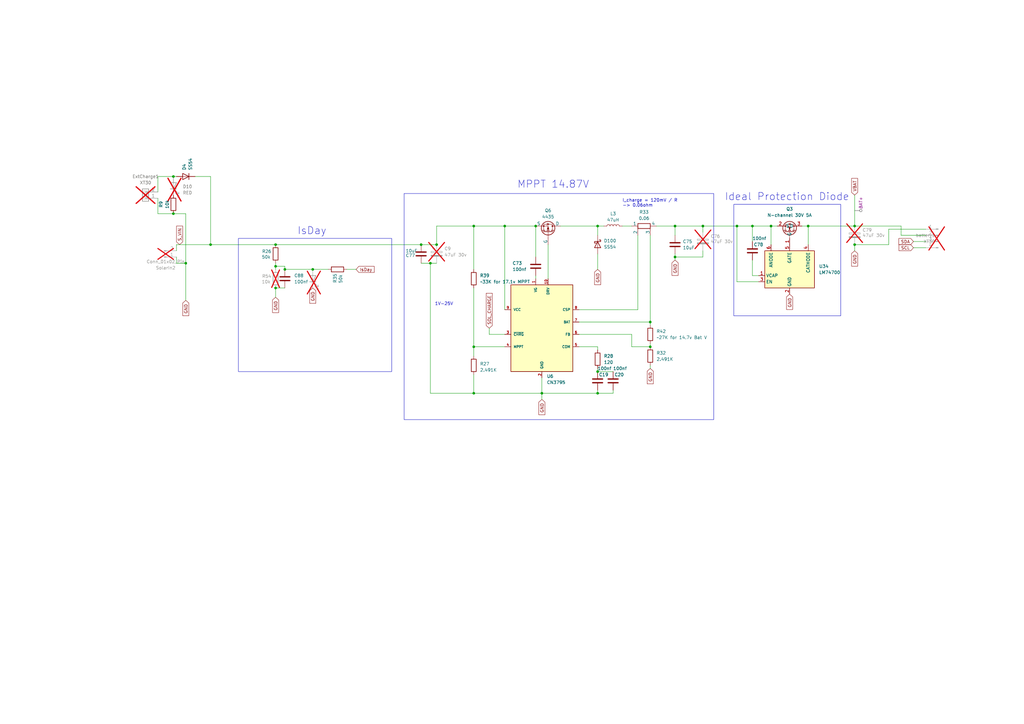
<source format=kicad_sch>
(kicad_sch (version 20250114) (generator "eeschema") (generator_version "9.0")
  (paper "A3")
  (lib_symbols
    (symbol "CN3795:CN3795" (pin_names (offset 1.016))
      (property "Reference" "U" (at 5.08 18.542 0))
      (property "Value" "CN3795" (at 5.08 -20.32 0))
      (symbol "CN3795_0_0"
        (rectangle (start -12.7 -17.78) (end 12.7 17.78) (stroke (width 0.254)) (fill (type background)))
        (pin bidirectional line (at -15.24 7.62 0) (length 2.54) (name "VCC") (number "9"))
        (pin bidirectional line (at -15.24 -2.54 0) (length 2.54) (name "~{CHRG}") (number "3"))
        (pin bidirectional line (at -15.24 -7.62 0) (length 2.54) (name "MPPT") (number "4"))
        (pin bidirectional line (at -2.54 20.32 270) (length 2.54) (name "VG") (number "1"))
        (pin bidirectional line (at 0 -20.32 90) (length 2.54) (name "GND") (number "2"))
        (pin bidirectional line (at 2.54 20.32 270) (length 2.54) (name "DRV") (number "10"))
        (pin bidirectional line (at 15.24 7.62 180) (length 2.54) (name "CSP") (number "8"))
        (pin bidirectional line (at 15.24 2.54 180) (length 2.54) (name "BAT") (number "7"))
        (pin bidirectional line (at 15.24 -2.54 180) (length 2.54) (name "FB") (number "6"))
        (pin bidirectional line (at 15.24 -7.62 180) (length 2.54) (name "COM") (number "5"))
      )
    )
    (symbol "Connector:Conn_01x02_Pin" (pin_names (offset 1.016) (hide yes))
      (property "Reference" "J" (at 0 2.54 0))
      (property "Value" "Conn_01x02_Pin" (at 0 -5.08 0))
      (symbol "Conn_01x02_Pin_1_1"
        (rectangle (start 0.8636 0.127) (end 0 -0.127) (stroke (width 0.1524)) (fill (type outline)))
        (rectangle (start 0.8636 -2.413) (end 0 -2.667) (stroke (width 0.1524)) (fill (type outline)))
        (polyline (pts (xy 1.27 0) (xy 0.8636 0)) (stroke (width 0.1524)))
        (polyline (pts (xy 1.27 -2.54) (xy 0.8636 -2.54)) (stroke (width 0.1524)))
        (pin passive line (at 5.08 0 180) (length 3.81) (name "Pin_1") (number "1"))
        (pin passive line (at 5.08 -2.54 180) (length 3.81) (name "Pin_2") (number "2"))
      )
    )
    (symbol "Connector:Conn_01x04_Pin" (pin_names (offset 1.016) (hide yes))
      (property "Reference" "J" (at 0 5.08 0))
      (property "Value" "Conn_01x04_Pin" (at 0 -7.62 0))
      (symbol "Conn_01x04_Pin_1_1"
        (rectangle (start 0.8636 2.667) (end 0 2.413) (stroke (width 0.1524)) (fill (type outline)))
        (rectangle (start 0.8636 0.127) (end 0 -0.127) (stroke (width 0.1524)) (fill (type outline)))
        (rectangle (start 0.8636 -2.413) (end 0 -2.667) (stroke (width 0.1524)) (fill (type outline)))
        (rectangle (start 0.8636 -4.953) (end 0 -5.207) (stroke (width 0.1524)) (fill (type outline)))
        (polyline (pts (xy 1.27 2.54) (xy 0.8636 2.54)) (stroke (width 0.1524)))
        (polyline (pts (xy 1.27 0) (xy 0.8636 0)) (stroke (width 0.1524)))
        (polyline (pts (xy 1.27 -2.54) (xy 0.8636 -2.54)) (stroke (width 0.1524)))
        (polyline (pts (xy 1.27 -5.08) (xy 0.8636 -5.08)) (stroke (width 0.1524)))
        (pin passive line (at 5.08 2.54 180) (length 3.81) (name "Pin_1") (number "1"))
        (pin passive line (at 5.08 0 180) (length 3.81) (name "Pin_2") (number "2"))
        (pin passive line (at 5.08 -2.54 180) (length 3.81) (name "Pin_3") (number "3"))
        (pin passive line (at 5.08 -5.08 180) (length 3.81) (name "Pin_4") (number "4"))
      )
    )
    (symbol "Connector_Generic:Conn_01x02" (pin_names (offset 1.016) (hide yes))
      (property "Reference" "J" (at 0 2.54 0))
      (property "Value" "Conn_01x02" (at 0 -5.08 0))
      (symbol "Conn_01x02_1_1"
        (rectangle (start -1.27 1.27) (end 1.27 -3.81) (stroke (width 0.254)) (fill (type background)))
        (rectangle (start -1.27 0.127) (end 0 -0.127) (stroke (width 0.1524)))
        (rectangle (start -1.27 -2.413) (end 0 -2.667) (stroke (width 0.1524)))
        (pin passive line (at -5.08 0 0) (length 3.81) (name "Pin_1") (number "1"))
        (pin passive line (at -5.08 -2.54 0) (length 3.81) (name "Pin_2") (number "2"))
      )
    )
    (symbol "D_1" (pin_numbers (hide yes)) (pin_names (offset 1.016) (hide yes))
      (property "Reference" "D" (at 0 2.54 0))
      (property "Value" "D" (at 0 -2.54 0))
      (symbol "D_1_0_1"
        (polyline (pts (xy -1.27 1.27) (xy -1.27 -1.27)) (stroke (width 0.254)))
        (polyline (pts (xy 1.27 1.27) (xy 1.27 -1.27) (xy -1.27 0) (xy 1.27 1.27)) (stroke (width 0.254)))
        (polyline (pts (xy 1.27 0) (xy -1.27 0)))
      )
      (symbol "D_1_1_1"
        (pin passive line (at -3.81 0 0) (length 2.54) (name "K") (number "1"))
        (pin passive line (at 3.81 0 180) (length 2.54) (name "A") (number "2"))
      )
    )
    (symbol "Device:C" (pin_numbers (hide yes)) (pin_names (offset 0.254))
      (property "Reference" "C" (at 0.635 2.54 0))
      (property "Value" "C" (at 0.635 -2.54 0))
      (symbol "C_0_1"
        (polyline (pts (xy -2.032 0.762) (xy 2.032 0.762)) (stroke (width 0.508)))
        (polyline (pts (xy -2.032 -0.762) (xy 2.032 -0.762)) (stroke (width 0.508)))
      )
      (symbol "C_1_1"
        (pin passive line (at 0 3.81 270) (length 2.794) (name "~") (number "1"))
        (pin passive line (at 0 -3.81 90) (length 2.794) (name "~") (number "2"))
      )
    )
    (symbol "Device:C_Polarized" (pin_numbers (hide yes)) (pin_names (offset 0.254))
      (property "Reference" "C" (at 0.635 2.54 0))
      (property "Value" "C_Polarized" (at 0.635 -2.54 0))
      (symbol "C_Polarized_0_1"
        (rectangle (start -2.286 0.508) (end 2.286 1.016))
        (polyline (pts (xy -1.778 2.286) (xy -0.762 2.286)))
        (polyline (pts (xy -1.27 2.794) (xy -1.27 1.778)))
        (rectangle (start 2.286 -0.508) (end -2.286 -1.016) (fill (type outline)))
      )
      (symbol "C_Polarized_1_1"
        (pin passive line (at 0 3.81 270) (length 2.794) (name "~") (number "1"))
        (pin passive line (at 0 -3.81 90) (length 2.794) (name "~") (number "2"))
      )
    )
    (symbol "Device:D_Schottky" (pin_numbers (hide yes)) (pin_names (offset 1.016) (hide yes))
      (property "Reference" "D" (at 0 2.54 0))
      (property "Value" "D_Schottky" (at 0 -2.54 0))
      (symbol "D_Schottky_0_1"
        (polyline (pts (xy -1.905 0.635) (xy -1.905 1.27) (xy -1.27 1.27) (xy -1.27 -1.27) (xy -0.635 -1.27) (xy -0.635 -0.635)) (stroke (width 0.254)))
        (polyline (pts (xy 1.27 1.27) (xy 1.27 -1.27) (xy -1.27 0) (xy 1.27 1.27)) (stroke (width 0.254)))
        (polyline (pts (xy 1.27 0) (xy -1.27 0)))
      )
      (symbol "D_Schottky_1_1"
        (pin passive line (at -3.81 0 0) (length 2.54) (name "K") (number "1"))
        (pin passive line (at 3.81 0 180) (length 2.54) (name "A") (number "2"))
      )
    )
    (symbol "Device:L" (pin_numbers (hide yes)) (pin_names (offset 1.016) (hide yes))
      (property "Reference" "L" (at -1.27 0 90))
      (property "Value" "L" (at 1.905 0 90))
      (symbol "L_0_1"
        (arc (start 0 2.54) (mid 0.6323 1.905) (end 0 1.27))
        (arc (start 0 1.27) (mid 0.6323 0.635) (end 0 0))
        (arc (start 0 0) (mid 0.6323 -0.635) (end 0 -1.27))
        (arc (start 0 -1.27) (mid 0.6323 -1.905) (end 0 -2.54))
      )
      (symbol "L_1_1"
        (pin passive line (at 0 3.81 270) (length 1.27) (name "1") (number "1"))
        (pin passive line (at 0 -3.81 90) (length 1.27) (name "2") (number "2"))
      )
    )
    (symbol "Device:LED" (pin_numbers (hide yes)) (pin_names (offset 1.016) (hide yes))
      (property "Reference" "D" (at 0 2.54 0))
      (property "Value" "LED" (at 0 -2.54 0))
      (symbol "LED_0_1"
        (polyline (pts (xy -3.048 -0.762) (xy -4.572 -2.286) (xy -3.81 -2.286) (xy -4.572 -2.286) (xy -4.572 -1.524)))
        (polyline (pts (xy -1.778 -0.762) (xy -3.302 -2.286) (xy -2.54 -2.286) (xy -3.302 -2.286) (xy -3.302 -1.524)))
        (polyline (pts (xy -1.27 0) (xy 1.27 0)))
        (polyline (pts (xy -1.27 -1.27) (xy -1.27 1.27)) (stroke (width 0.254)))
        (polyline (pts (xy 1.27 -1.27) (xy 1.27 1.27) (xy -1.27 0) (xy 1.27 -1.27)) (stroke (width 0.254)))
      )
      (symbol "LED_1_1"
        (pin passive line (at -3.81 0 0) (length 2.54) (name "K") (number "1"))
        (pin passive line (at 3.81 0 180) (length 2.54) (name "A") (number "2"))
      )
    )
    (symbol "Device:R" (pin_numbers (hide yes)) (pin_names (offset 0))
      (property "Reference" "R" (at 2.032 0 90))
      (property "Value" "R" (at 0 0 90))
      (symbol "R_0_1"
        (rectangle (start -1.016 -2.54) (end 1.016 2.54) (stroke (width 0.254)))
      )
      (symbol "R_1_1"
        (pin passive line (at 0 3.81 270) (length 1.27) (name "~") (number "1"))
        (pin passive line (at 0 -3.81 90) (length 1.27) (name "~") (number "2"))
      )
    )
    (symbol "Device:R_Shunt" (pin_numbers (hide yes)) (pin_names (offset 0))
      (property "Reference" "R" (at -4.445 0 90))
      (property "Value" "R_Shunt" (at -2.54 0 90))
      (symbol "R_Shunt_0_1"
        (rectangle (start -1.016 -2.54) (end 1.016 2.54) (stroke (width 0.254)))
        (polyline (pts (xy 0 -2.54) (xy 1.27 -2.54)))
        (polyline (pts (xy 1.27 2.54) (xy 0 2.54)))
      )
      (symbol "R_Shunt_1_1"
        (pin passive line (at 0 5.08 270) (length 2.54) (name "1") (number "1"))
        (pin passive line (at 0 -5.08 90) (length 2.54) (name "4") (number "4"))
        (pin passive line (at 3.81 2.54 180) (length 2.54) (name "2") (number "2"))
        (pin passive line (at 3.81 -2.54 180) (length 2.54) (name "3") (number "3"))
      )
    )
    (symbol "ESP32-DEVKITC-32D:SL2300" (pin_names (offset 1.016))
      (property "Reference" "Q" (at 0 0 0))
      (property "Value" "SL2300" (at 7.62 0 0))
      (symbol "SL2300_1_1"
        (polyline (pts (xy -1.016 1.905) (xy -1.016 -1.905)) (stroke (width 0.254)))
        (polyline (pts (xy -1.016 0) (xy -3.81 0)))
        (polyline (pts (xy -0.508 2.286) (xy -0.508 1.27)) (stroke (width 0.254)))
        (polyline (pts (xy -0.508 0.508) (xy -0.508 -0.508)) (stroke (width 0.254)))
        (polyline (pts (xy -0.508 -1.27) (xy -0.508 -2.286)) (stroke (width 0.254)))
        (polyline (pts (xy -0.508 -1.778) (xy 2.032 -1.778) (xy 2.032 1.778) (xy -0.508 1.778)))
        (polyline (pts (xy -0.254 0) (xy 0.762 0.381) (xy 0.762 -0.381) (xy -0.254 0)) (fill (type outline)))
        (circle (center 0.381 0) (radius 2.794) (stroke (width 0.254)))
        (polyline (pts (xy 1.27 2.54) (xy 1.27 1.778)))
        (circle (center 1.27 1.778) (radius 0.254) (fill (type outline)))
        (circle (center 1.27 -1.778) (radius 0.254) (fill (type outline)))
        (polyline (pts (xy 1.27 -2.54) (xy 1.27 0) (xy -0.508 0)))
        (polyline (pts (xy 1.524 0.508) (xy 1.651 0.381) (xy 2.413 0.381) (xy 2.54 0.254)))
        (polyline (pts (xy 2.032 0.381) (xy 1.651 -0.254) (xy 2.413 -0.254) (xy 2.032 0.381)))
        (pin input line (at -6.35 0 0) (length 2.54) (name "G") (number "1"))
        (pin passive line (at 1.27 5.08 270) (length 2.54) (name "D") (number "3"))
        (pin passive line (at 1.27 -5.08 90) (length 2.54) (name "S") (number "2"))
      )
    )
    (symbol "Power_Management:LM74700"
      (property "Reference" "U" (at -9.525 -8.89 0))
      (property "Value" "LM74700" (at 7.62 -8.89 0))
      (symbol "LM74700_0_1"
        (rectangle (start -10.16 7.62) (end 10.16 -7.62) (stroke (width 0.254)) (fill (type background)))
      )
      (symbol "LM74700_1_1"
        (pin passive line (at -12.7 -2.54 0) (length 2.54) (name "VCAP") (number "1"))
        (pin input line (at -12.7 -5.08 0) (length 2.54) (name "EN") (number "3"))
        (pin power_in line (at -7.62 10.16 270) (length 2.54) (name "ANODE") (number "6"))
        (pin output line (at 0 10.16 270) (length 2.54) (name "GATE") (number "5"))
        (pin power_in line (at 0 -10.16 90) (length 2.54) (name "GND") (number "2"))
        (pin input line (at 7.62 10.16 270) (length 2.54) (name "CATHODE") (number "4"))
      )
    )
    (symbol "Simulation_SPICE:PMOS" (pin_numbers (hide yes)) (pin_names (offset 0))
      (property "Reference" "Q" (at 5.08 1.27 0))
      (property "Value" "PMOS" (at 5.08 -1.27 0))
      (symbol "PMOS_0_1"
        (polyline (pts (xy 0.254 1.905) (xy 0.254 -1.905)) (stroke (width 0.254)))
        (polyline (pts (xy 0.254 0) (xy -2.54 0)))
        (polyline (pts (xy 0.762 2.286) (xy 0.762 1.27)) (stroke (width 0.254)))
        (polyline (pts (xy 0.762 1.778) (xy 3.302 1.778) (xy 3.302 -1.778) (xy 0.762 -1.778)))
        (polyline (pts (xy 0.762 0.508) (xy 0.762 -0.508)) (stroke (width 0.254)))
        (polyline (pts (xy 0.762 -1.27) (xy 0.762 -2.286)) (stroke (width 0.254)))
        (circle (center 1.651 0) (radius 2.794) (stroke (width 0.254)))
        (polyline (pts (xy 2.286 0) (xy 1.27 0.381) (xy 1.27 -0.381) (xy 2.286 0)) (fill (type outline)))
        (polyline (pts (xy 2.54 2.54) (xy 2.54 1.778)))
        (circle (center 2.54 1.778) (radius 0.254) (fill (type outline)))
        (circle (center 2.54 -1.778) (radius 0.254) (fill (type outline)))
        (polyline (pts (xy 2.54 -2.54) (xy 2.54 0) (xy 0.762 0)))
        (polyline (pts (xy 2.794 -0.508) (xy 2.921 -0.381) (xy 3.683 -0.381) (xy 3.81 -0.254)))
        (polyline (pts (xy 3.302 -0.381) (xy 2.921 0.254) (xy 3.683 0.254) (xy 3.302 -0.381)))
      )
      (symbol "PMOS_1_1"
        (pin input line (at -5.08 0 0) (length 2.54) (name "G") (number "2"))
        (pin passive line (at 2.54 5.08 270) (length 2.54) (name "D") (number "1"))
        (pin passive line (at 2.54 -5.08 90) (length 2.54) (name "S") (number "3"))
      )
    )
  )
  (rectangle (start 300.99 83.82) (end 344.805 129.54))
  (rectangle (start 165.735 79.375) (end 292.735 172.085))
  (rectangle (start 97.79 97.79) (end 160.655 152.4))
  (text "IsDay" (at 121.92 96.52 0) (effects (font (size 3 3)) (justify left bottom)))
  (text "Ideal Protection Diode" (at 297.18 82.55 0) (effects (font (size 3 3)) (justify left bottom)))
  (text "1V-25V" (at 182.118 124.714 0) (effects (font (size 1.27 1.27))))
  (text "MPPT 14.87V" (at 212.09 77.47 0) (effects (font (size 3 3)) (justify left bottom)))
  (text "I_charge = 120mV / R\n-> 0.06ohm" (at 255.27 85.09 0) (effects (font (size 1.27 1.27)) (justify left bottom)))
  (junction (at 172.72 100.33))
  (junction (at 207.01 92.71))
  (junction (at 76.2 107.95))
  (junction (at 245.11 92.71))
  (junction (at 316.23 92.71))
  (junction (at 113.03 118.11))
  (junction (at 276.86 105.41))
  (junction (at 194.31 92.71))
  (junction (at 176.53 107.95))
  (junction (at 194.31 161.29))
  (junction (at 276.86 92.71))
  (junction (at 308.61 92.71))
  (junction (at 113.03 100.33))
  (junction (at 71.12 72.39))
  (junction (at 288.29 92.71))
  (junction (at 71.12 87.63))
  (junction (at 302.26 92.71))
  (junction (at 350.52 100.33))
  (junction (at 179.07 100.33))
  (junction (at 350.52 92.71))
  (junction (at 128.27 110.49))
  (junction (at 245.11 152.4))
  (junction (at 222.25 161.29))
  (junction (at 219.71 92.71))
  (junction (at 331.47 92.71))
  (junction (at 266.7 132.08))
  (junction (at 266.7 142.24))
  (junction (at 113.03 109.22))
  (junction (at 245.11 161.29))
  (junction (at 194.31 142.24))
  (junction (at 116.84 110.49))
  (junction (at 86.36 100.33))
  (wire (pts (xy 311.15 115.57) (xy 302.26 115.57)))
  (wire (pts (xy 194.31 92.71) (xy 207.01 92.71)))
  (wire (pts (xy 64.77 78.74) (xy 64.77 72.39)))
  (wire (pts (xy 261.62 127) (xy 237.49 127)))
  (wire (pts (xy 207.01 127) (xy 207.01 92.71)))
  (wire (pts (xy 71.12 72.39) (xy 72.39 72.39)))
  (wire (pts (xy 245.11 104.14) (xy 245.11 110.49)))
  (wire (pts (xy 64.77 81.28) (xy 64.77 87.63)))
  (wire (pts (xy 245.11 151.13) (xy 245.11 152.4)))
  (wire (pts (xy 266.7 132.08) (xy 266.7 133.35)))
  (wire (pts (xy 176.53 107.95) (xy 176.53 161.29)))
  (wire (pts (xy 113.03 109.22) (xy 113.03 110.49)))
  (wire (pts (xy 276.86 105.41) (xy 288.29 105.41)))
  (wire (pts (xy 364.49 93.98) (xy 379.73 93.98)))
  (wire (pts (xy 311.15 113.03) (xy 308.61 113.03)))
  (wire (pts (xy 86.36 100.33) (xy 113.03 100.33)))
  (wire (pts (xy 113.03 100.33) (xy 172.72 100.33)))
  (wire (pts (xy 176.53 161.29) (xy 194.31 161.29)))
  (wire (pts (xy 76.2 87.63) (xy 76.2 107.95)))
  (wire (pts (xy 245.11 92.71) (xy 247.65 92.71)))
  (wire (pts (xy 266.7 132.08) (xy 266.7 96.52)))
  (wire (pts (xy 328.93 92.71) (xy 331.47 92.71)))
  (wire (pts (xy 237.49 137.16) (xy 259.08 137.16)))
  (wire (pts (xy 72.39 107.95) (xy 76.2 107.95)))
  (wire (pts (xy 194.31 161.29) (xy 222.25 161.29)))
  (wire (pts (xy 200.66 134.62) (xy 200.66 137.16)))
  (wire (pts (xy 116.84 110.49) (xy 128.27 110.49)))
  (wire (pts (xy 224.79 100.33) (xy 224.79 114.3)))
  (wire (pts (xy 316.23 92.71) (xy 318.77 92.71)))
  (wire (pts (xy 259.08 137.16) (xy 259.08 142.24)))
  (wire (pts (xy 194.31 153.67) (xy 194.31 161.29)))
  (wire (pts (xy 276.86 92.71) (xy 269.24 92.71)))
  (wire (pts (xy 276.86 96.52) (xy 276.86 92.71)))
  (wire (pts (xy 288.29 92.71) (xy 288.29 95.25)))
  (wire (pts (xy 72.39 105.41) (xy 72.39 107.95)))
  (wire (pts (xy 71.12 87.63) (xy 76.2 87.63)))
  (wire (pts (xy 245.11 152.4) (xy 251.46 152.4)))
  (wire (pts (xy 245.11 142.24) (xy 245.11 143.51)))
  (wire (pts (xy 276.86 92.71) (xy 288.29 92.71)))
  (wire (pts (xy 237.49 142.24) (xy 245.11 142.24)))
  (wire (pts (xy 172.72 100.33) (xy 179.07 100.33)))
  (wire (pts (xy 194.31 142.24) (xy 194.31 146.05)))
  (wire (pts (xy 194.31 142.24) (xy 207.01 142.24)))
  (wire (pts (xy 176.53 107.95) (xy 179.07 107.95)))
  (wire (pts (xy 113.03 107.95) (xy 113.03 109.22)))
  (wire (pts (xy 261.62 96.52) (xy 261.62 127)))
  (wire (pts (xy 374.65 101.6) (xy 379.73 101.6)))
  (wire (pts (xy 116.84 109.22) (xy 116.84 110.49)))
  (wire (pts (xy 350.52 80.01) (xy 350.52 92.71)))
  (wire (pts (xy 113.03 118.11) (xy 113.03 121.92)))
  (wire (pts (xy 245.11 92.71) (xy 245.11 96.52)))
  (wire (pts (xy 86.36 72.39) (xy 86.36 100.33)))
  (wire (pts (xy 288.29 102.87) (xy 288.29 105.41)))
  (wire (pts (xy 374.65 99.06) (xy 379.73 99.06)))
  (wire (pts (xy 308.61 106.68) (xy 308.61 113.03)))
  (wire (pts (xy 308.61 92.71) (xy 308.61 99.06)))
  (wire (pts (xy 64.77 72.39) (xy 71.12 72.39)))
  (wire (pts (xy 350.52 102.87) (xy 350.52 100.33)))
  (wire (pts (xy 200.66 137.16) (xy 207.01 137.16)))
  (wire (pts (xy 207.01 92.71) (xy 219.71 92.71)))
  (wire (pts (xy 266.7 142.24) (xy 259.08 142.24)))
  (wire (pts (xy 222.25 161.29) (xy 222.25 163.83)))
  (wire (pts (xy 76.2 107.95) (xy 76.2 123.19)))
  (wire (pts (xy 194.31 92.71) (xy 194.31 110.49)))
  (wire (pts (xy 350.52 100.33) (xy 364.49 100.33)))
  (wire (pts (xy 113.03 109.22) (xy 116.84 109.22)))
  (wire (pts (xy 179.07 92.71) (xy 179.07 100.33)))
  (wire (pts (xy 72.39 102.87) (xy 72.39 100.33)))
  (wire (pts (xy 331.47 92.71) (xy 331.47 100.33)))
  (wire (pts (xy 80.01 72.39) (xy 86.36 72.39)))
  (wire (pts (xy 266.7 140.97) (xy 266.7 142.24)))
  (wire (pts (xy 266.7 149.86) (xy 266.7 151.13)))
  (wire (pts (xy 64.77 87.63) (xy 71.12 87.63)))
  (wire (pts (xy 142.24 110.49) (xy 146.05 110.49)))
  (wire (pts (xy 72.39 100.33) (xy 86.36 100.33)))
  (wire (pts (xy 245.11 161.29) (xy 222.25 161.29)))
  (wire (pts (xy 316.23 92.71) (xy 316.23 100.33)))
  (wire (pts (xy 245.11 161.29) (xy 251.46 161.29)))
  (wire (pts (xy 219.71 92.71) (xy 219.71 105.41)))
  (wire (pts (xy 302.26 115.57) (xy 302.26 92.71)))
  (wire (pts (xy 369.57 96.52) (xy 379.73 96.52)))
  (wire (pts (xy 288.29 92.71) (xy 302.26 92.71)))
  (wire (pts (xy 251.46 161.29) (xy 251.46 160.02)))
  (wire (pts (xy 302.26 92.71) (xy 308.61 92.71)))
  (wire (pts (xy 245.11 161.29) (xy 245.11 160.02)))
  (wire (pts (xy 222.25 154.94) (xy 222.25 161.29)))
  (wire (pts (xy 237.49 132.08) (xy 266.7 132.08)))
  (wire (pts (xy 276.86 105.41) (xy 276.86 106.68)))
  (wire (pts (xy 179.07 92.71) (xy 194.31 92.71)))
  (wire (pts (xy 276.86 104.14) (xy 276.86 105.41)))
  (wire (pts (xy 308.61 92.71) (xy 316.23 92.71)))
  (wire (pts (xy 229.87 92.71) (xy 245.11 92.71)))
  (wire (pts (xy 255.27 92.71) (xy 259.08 92.71)))
  (wire (pts (xy 172.72 107.95) (xy 176.53 107.95)))
  (wire (pts (xy 331.47 92.71) (xy 350.52 92.71)))
  (wire (pts (xy 113.03 118.11) (xy 116.84 118.11)))
  (wire (pts (xy 219.71 113.03) (xy 219.71 114.3)))
  (wire (pts (xy 369.57 92.71) (xy 369.57 96.52)))
  (wire (pts (xy 350.52 92.71) (xy 369.57 92.71)))
  (wire (pts (xy 194.31 118.11) (xy 194.31 142.24)))
  (wire (pts (xy 128.27 110.49) (xy 134.62 110.49)))
  (wire (pts (xy 364.49 93.98) (xy 364.49 100.33)))
  (global_label "S_VIN" (shape input) (at 73.66 100.33 90) (property "Intersheetrefs" "${INTERSHEET_REFS}" (effects (hide yes))))
  (global_label "GND" (shape input) (at 113.03 121.92 270) (property "Intersheetrefs" "${INTERSHEET_REFS}" (effects (hide yes))))
  (global_label "GND" (shape input) (at 266.7 151.13 270) (property "Intersheetrefs" "${INTERSHEET_REFS}" (effects (hide yes))))
  (global_label "GND" (shape input) (at 276.86 106.68 270) (property "Intersheetrefs" "${INTERSHEET_REFS}" (effects (hide yes))))
  (global_label "SOL_CHARGE" (shape input) (at 200.66 134.62 90) (property "Intersheetrefs" "${INTERSHEET_REFS}" (effects (hide yes))))
  (global_label "GND" (shape input) (at 350.52 102.87 270) (property "Intersheetrefs" "${INTERSHEET_REFS}" (effects (hide yes))))
  (global_label "GND" (shape input) (at 323.85 120.65 270) (property "Intersheetrefs" "${INTERSHEET_REFS}" (effects (hide yes))))
  (global_label "GND" (shape input) (at 222.25 163.83 270) (property "Intersheetrefs" "${INTERSHEET_REFS}" (effects (hide yes))))
  (global_label "SDA" (shape input) (at 374.65 99.06 180) (property "Intersheetrefs" "${INTERSHEET_REFS}" (effects (hide yes))))
  (global_label "VBAT" (shape input) (at 350.52 80.01 90) (property "Intersheetrefs" "${INTERSHEET_REFS}" (effects (hide yes))))
  (global_label "GND" (shape input) (at 76.2 123.19 270) (property "Intersheetrefs" "${INTERSHEET_REFS}" (effects (hide yes))))
  (global_label "GND" (shape input) (at 128.27 118.11 270) (property "Intersheetrefs" "${INTERSHEET_REFS}" (effects (hide yes))))
  (global_label "SCL" (shape input) (at 374.65 101.6 180) (property "Intersheetrefs" "${INTERSHEET_REFS}" (effects (hide yes))))
  (global_label "GND" (shape input) (at 245.11 110.49 270) (property "Intersheetrefs" "${INTERSHEET_REFS}" (effects (hide yes))))
  (global_label "IsDay" (shape input) (at 146.05 110.49 0) (property "Intersheetrefs" "${INTERSHEET_REFS}" (effects (hide yes))))
  (netclass_flag "" (length 2.54) (shape round) (at 350.52 86.36 270) (property "Netclass" "BAT+" (at 353.06 85.7504 90) (effects (font (italic yes)) (justify left))))
  (symbol (lib_id "Device:C") (at 116.84 114.3 0) (unit 1)
    (property "Reference" "C88" (at 120.65 113.03 0) (effects (justify left)))
    (property "Value" "100nf" (at 120.65 115.57 0) (effects (justify left)))
    (property "Footprint" "PCM_Capacitor_SMD_Handsoldering_AKL:C_0603_1608Metric_Pad1.08x0.95mm" (effects (hide yes)))
    (property "LCSC_PART_NUMBER" "C14665" (effects (hide yes)))
  )
  (symbol (lib_id "Device:LED") (at 128.27 114.3 90) (unit 1) (dnp yes)
    (property "Reference" "D11" (effects (hide yes)))
    (property "Value" "GREEN" (effects (hide yes)))
    (property "Footprint" "LED_SMD:LED_0805_2012Metric" (effects (hide yes)))
    (property "LCSC_PART_NUMBER" "C84256" (effects (hide yes)))
  )
  (symbol (lib_id "Device:C") (at 308.61 102.87 0) (unit 1)
    (property "Reference" "C78" (at 313.055 100.33 0) (effects (justify right)))
    (property "Value" "100nf" (at 314.325 97.79 0) (effects (justify right)))
    (property "Footprint" "PCM_Capacitor_SMD_Handsoldering_AKL:C_0603_1608Metric_Pad1.08x0.95mm" (effects (hide yes)))
    (property "LCSC_PART_NUMBER" "C49678" (effects (hide yes)))
  )
  (symbol (lib_id "Device:R") (at 245.11 147.32 0) (unit 1)
    (property "Reference" "R28" (at 247.65 146.05 0) (effects (justify left)))
    (property "Value" "120" (at 247.65 148.59 0) (effects (justify left)))
    (property "Footprint" "Resistor_SMD:R_0603_1608Metric" (effects (hide yes)))
    (property "LCSC_PART_NUMBER" "C2907096" (effects (hide yes)))
  )
  (symbol (lib_id "Device:C") (at 219.71 109.22 0) (unit 1)
    (property "Reference" "C73" (at 210.185 107.95 0) (effects (justify left)))
    (property "Value" "100nf" (at 210.185 110.49 0) (effects (justify left)))
    (property "Footprint" "PCM_Capacitor_SMD_Handsoldering_AKL:C_0603_1608Metric_Pad1.08x0.95mm" (effects (hide yes)))
    (property "LCSC_PART_NUMBER" "C49678" (effects (hide yes)))
  )
  (symbol (lib_id "CN3795:CN3795") (at 222.25 134.62 0) (unit 1)
    (property "Reference" "U6" (at 224.2694 154.305 0) (effects (justify left)))
    (property "Value" "CN3795" (at 224.2694 156.845 0) (effects (justify left)))
    (property "Footprint" "kicad-stuff:SSOP10" (effects (hide yes)))
    (property "Description" "4A, Multi-Chemistry Battery Charger\nWith Photovoltaic Cell MPPT Function" (effects (hide yes)))
    (property "MF" "Consonance" (effects (hide yes)))
    (property "Package" "Package" (effects (hide yes)))
    (property "Price" "None" (effects (hide yes)))
    (property "SnapEDA_Link" "https://www.snapeda.com/parts/CN3795/Consonance/view-part/?ref=snap" (effects (hide yes)))
    (property "MP" "CN3795" (effects (hide yes)))
    (property "Availability" "Not in stock" (effects (hide yes)))
    (property "Check_prices" "https://www.snapeda.com/parts/CN3795/Consonance/view-part/?ref=eda" (effects (hide yes)))
    (property "Description_1" "\n4A, Multi-Chemistry Battery Charger\nWith Photovoltaic Cell MPPT Function\n" (effects (hide yes)))
    (property "LCSC_PART_NUMBER" "C150555" (effects (hide yes)))
  )
  (symbol (lib_id "Connector:Conn_01x04_Pin") (at 384.81 96.52 0) (mirror y) (unit 1) (dnp yes)
    (property "Reference" "battery1" (at 383.54 96.52 0) (effects (justify left)))
    (property "Value" "XT30" (at 383.54 99.06 0) (effects (justify left)))
    (property "Footprint" "kicad-stuff:AMASS_XT30UPB+DATA-M_1x02_P5.0mm_Vertical" (effects (hide yes)))
    (property "Description" "Generic connector, single row, 01x04, script generated" (effects (hide yes)))
    (property "LCSC_PART_NUMBER" "C108769" (effects (hide yes)))
  )
  (symbol (lib_id "Connector:Conn_01x02_Pin") (at 67.31 105.41 0) (mirror x) (unit 1) (dnp yes)
    (property "Reference" "SolarIn2" (at 67.945 109.855 0))
    (property "Value" "Conn_01x02_Pin" (at 67.945 107.315 0))
    (property "Footprint" "Connector_AMASS:AMASS_XT30UPB-M_1x02_P5.0mm_Vertical" (effects (hide yes)))
  )
  (symbol (lib_id "Device:R") (at 266.7 146.05 0) (unit 1)
    (property "Reference" "R32" (at 269.24 144.78 0) (effects (justify left)))
    (property "Value" "2.491K" (at 269.24 147.32 0) (effects (justify left)))
    (property "Footprint" "Resistor_SMD:R_0603_1608Metric" (effects (hide yes)))
    (property "LCSC_PART_NUMBER" "C2930072" (effects (hide yes)))
  )
  (symbol (lib_id "Device:C") (at 251.46 156.21 0) (unit 1)
    (property "Reference" "C20" (at 255.905 153.67 0) (effects (justify right)))
    (property "Value" "100nf" (at 257.175 151.13 0) (effects (justify right)))
    (property "Footprint" "PCM_Capacitor_SMD_Handsoldering_AKL:C_0603_1608Metric_Pad1.08x0.95mm" (effects (hide yes)))
    (property "LCSC_PART_NUMBER" "C49678" (effects (hide yes)))
  )
  (symbol (lib_id "ESP32-DEVKITC-32D:SL2300") (at 323.85 93.98 270) (mirror x) (unit 1)
    (property "Reference" "Q3" (at 323.85 85.725 90))
    (property "Value" "N-channel 30V 5A" (at 323.85 88.265 90))
    (property "Footprint" "PCM_Package_TO_SOT_SMD_AKL:SOT-23" (effects (hide yes)))
    (property "LCSC_PART_NUMBER" "C5364313" (effects (hide yes)))
  )
  (symbol (lib_id "Connector_Generic:Conn_01x02") (at 59.69 81.28 180) (unit 1) (dnp yes)
    (property "Reference" "ExtCharge1" (at 59.69 72.39 0))
    (property "Value" "XT30" (at 59.69 74.93 0))
    (property "Footprint" "Connector_AMASS:AMASS_XT30UPB-F_1x02_P5.0mm_Vertical" (effects (hide yes)))
    (property "LCSC_PART_NUMBER" "C108769" (effects (hide yes)))
  )
  (symbol (lib_id "Simulation_SPICE:PMOS") (at 224.79 95.25 270) (mirror x) (unit 1)
    (property "Reference" "Q6" (at 224.79 86.36 90))
    (property "Value" "4435" (at 224.79 88.9 90))
    (property "Footprint" "board:4435" (effects (hide yes)))
    (property "Datasheet" "https://ngspice.sourceforge.io/docs/ngspice-html-manual/manual.xhtml#cha_MOSFETs" (effects (hide yes)))
    (property "Description" "P-MOSFET transistor, drain/source/gate" (effects (hide yes)))
    (property "Sim.Device" "PMOS" (effects (hide yes)))
    (property "Sim.Type" "VDMOS" (effects (hide yes)))
    (property "Sim.Pins" "1=D 2=G 3=S" (effects (hide yes)))
    (property "LCSC_PART_NUMBER" "C2833150" (effects (hide yes)))
  )
  (symbol (lib_id "Device:R") (at 113.03 114.3 0) (unit 1) (dnp yes)
    (property "Reference" "R54" (at 107.442 113.284 0) (effects (justify left)))
    (property "Value" "10k" (at 107.315 115.57 0) (effects (justify left)))
    (property "Footprint" "Resistor_SMD:R_0603_1608Metric" (effects (hide yes)))
    (property "LCSC_PART_NUMBER" "C212284" (effects (hide yes)))
    (property "Sim.Device" "R" (effects (hide yes)))
    (property "Sim.Pins" "1=+ 2=-" (effects (hide yes)))
  )
  (symbol (lib_id "Device:R") (at 194.31 149.86 180) (unit 1)
    (property "Reference" "R27" (at 196.85 149.225 0) (effects (justify right)))
    (property "Value" "2.491K" (at 196.85 151.765 0) (effects (justify right)))
    (property "Footprint" "Resistor_SMD:R_0603_1608Metric" (effects (hide yes)))
    (property "LCSC_PART_NUMBER" "C2930072" (effects (hide yes)))
  )
  (symbol (lib_id "Device:C") (at 276.86 100.33 0) (unit 1)
    (property "Reference" "C75" (at 280.035 99.06 0) (effects (justify left)))
    (property "Value" "10uF" (at 280.035 101.6 0) (effects (justify left)))
    (property "Footprint" "PCM_Capacitor_SMD_Handsoldering_AKL:C_1206_3216Metric_Pad1.33x1.80mm" (effects (hide yes)))
    (property "LCSC_PART_NUMBER" "C13585" (effects (hide yes)))
  )
  (symbol (lib_id "Device:D_Schottky") (at 245.11 100.33 270) (unit 1)
    (property "Reference" "D100" (at 247.65 98.7425 90) (effects (justify left)))
    (property "Value" "SS54" (at 247.65 101.2825 90) (effects (justify left)))
    (property "Footprint" "PCM_Diode_SMD_Handsoldering_AKL:D_SMAFL" (effects (hide yes)))
    (property "LCSC_PART_NUMBER" "C5359893" (effects (hide yes)))
  )
  (symbol (lib_id "Device:C") (at 172.72 104.14 0) (unit 1)
    (property "Reference" "C77" (at 166.37 104.775 0) (effects (justify left)))
    (property "Value" "10uF" (at 166.37 102.87 0) (effects (justify left)))
    (property "Footprint" "PCM_Capacitor_SMD_Handsoldering_AKL:C_1206_3216Metric_Pad1.33x1.80mm" (effects (hide yes)))
    (property "LCSC_PART_NUMBER" "C13585" (effects (hide yes)))
  )
  (symbol (lib_id "Device:R") (at 71.12 83.82 180) (unit 1)
    (property "Reference" "R9" (at 66.04 83.82 90))
    (property "Value" "10k" (at 68.58 83.82 90))
    (property "Footprint" "Resistor_SMD:R_0603_1608Metric" (effects (hide yes)))
    (property "LCSC_PART_NUMBER" "C212284" (effects (hide yes)))
  )
  (symbol (lib_id "Device:C") (at 245.11 156.21 0) (unit 1)
    (property "Reference" "C19" (at 249.555 153.67 0) (effects (justify right)))
    (property "Value" "100nf" (at 250.825 151.13 0) (effects (justify right)))
    (property "Footprint" "PCM_Capacitor_SMD_Handsoldering_AKL:C_0603_1608Metric_Pad1.08x0.95mm" (effects (hide yes)))
    (property "LCSC_PART_NUMBER" "C49678" (effects (hide yes)))
  )
  (symbol (lib_id "Device:C_Polarized") (at 288.29 99.06 0) (unit 1) (dnp yes)
    (property "Reference" "C76" (at 291.465 96.901 0) (effects (justify left)))
    (property "Value" "47uF 30v" (at 291.465 99.06 0) (effects (justify left)))
    (property "Footprint" "Capacitor_THT:CP_Radial_D5.0mm_P2.00mm" (effects (hide yes)))
  )
  (symbol (lib_id "Device:R_Shunt") (at 264.16 92.71 90) (mirror x) (unit 1)
    (property "Reference" "R33" (at 264.16 86.995 90))
    (property "Value" "0.06" (at 264.16 89.535 90))
    (property "Footprint" "board:R_Shunt_Vishay_WSK2512_6332Metric_T1.19mm" (effects (hide yes)))
    (property "LCSC_PART_NUMBER" "C2903489" (effects (hide yes)))
  )
  (symbol (lib_id "Power_Management:LM74700") (at 323.85 110.49 0) (unit 1)
    (property "Reference" "U34" (at 335.915 109.22 0) (effects (justify left)))
    (property "Value" "LM74700" (at 335.915 111.76 0) (effects (justify left)))
    (property "Footprint" "Package_TO_SOT_SMD:SOT-23-6" (effects (hide yes)))
    (property "Datasheet" "http://www.ti.com/lit/gpn/LM74700-Q1" (effects (hide yes)))
    (property "LCSC_PART_NUMBER" "C7589230" (effects (hide yes)))
  )
  (symbol (lib_id "Device:R") (at 113.03 104.14 0) (unit 1)
    (property "Reference" "R26" (at 107.442 103.124 0) (effects (justify left)))
    (property "Value" "50k" (at 107.315 105.41 0) (effects (justify left)))
    (property "Footprint" "Resistor_SMD:R_0603_1608Metric" (effects (hide yes)))
    (property "LCSC_PART_NUMBER" "C861451" (effects (hide yes)))
  )
  (symbol (lib_id "Device:C_Polarized") (at 179.07 104.14 0) (unit 1) (dnp yes)
    (property "Reference" "C9" (at 182.245 101.981 0) (effects (justify left)))
    (property "Value" "47uF 30v" (at 182.245 104.521 0) (effects (justify left)))
    (property "Footprint" "Capacitor_THT:CP_Radial_D5.0mm_P2.00mm" (effects (hide yes)))
  )
  (symbol (lib_id "Device:R") (at 266.7 137.16 0) (unit 1)
    (property "Reference" "R42" (at 269.24 135.8899 0) (effects (justify left)))
    (property "Value" "~27K for 14.7v Bat V" (at 269.24 138.4299 0) (effects (justify left)))
    (property "Footprint" "Resistor_THT:R_Axial_DIN0207_L6.3mm_D2.5mm_P2.54mm_Vertical" (effects (hide yes)))
    (property "Description" "Resistor" (effects (hide yes)))
  )
  (symbol (lib_id "Device:C_Polarized") (at 350.52 96.52 0) (unit 1) (dnp yes)
    (property "Reference" "C79" (at 353.695 94.361 0) (effects (justify left)))
    (property "Value" "47uF 30v" (at 353.695 96.52 0) (effects (justify left)))
    (property "Footprint" "Capacitor_THT:CP_Radial_D5.0mm_P2.00mm" (effects (hide yes)))
  )
  (symbol (lib_id "Device:LED") (at 71.12 76.2 90) (unit 1) (dnp yes)
    (property "Reference" "D10" (at 74.93 76.5175 90) (effects (justify right)))
    (property "Value" "RED" (at 74.93 79.0575 90) (effects (justify right)))
    (property "Footprint" "LED_SMD:LED_0805_2012Metric" (effects (hide yes)))
    (property "LCSC_PART_NUMBER" "C205441" (effects (hide yes)))
  )
  (symbol (lib_id "Device:R") (at 138.43 110.49 90) (unit 1)
    (property "Reference" "R35" (at 137.414 116.078 0) (effects (justify left)))
    (property "Value" "50k" (at 139.7 116.205 0) (effects (justify left)))
    (property "Footprint" "Resistor_SMD:R_0603_1608Metric" (effects (hide yes)))
    (property "LCSC_PART_NUMBER" "C861451" (effects (hide yes)))
  )
  (symbol (lib_id "Device:R") (at 194.31 114.3 0) (unit 1)
    (property "Reference" "R39" (at 196.85 113.0299 0) (effects (justify left)))
    (property "Value" "~33K for 17.1v MPPT" (at 196.85 115.5699 0) (effects (justify left)))
    (property "Footprint" "Resistor_THT:R_Axial_DIN0207_L6.3mm_D2.5mm_P2.54mm_Vertical" (effects (hide yes)))
    (property "Description" "Resistor" (effects (hide yes)))
  )
  (symbol (lib_name "D_1") (lib_id "Device:D") (at 76.2 72.39 180) (unit 1)
    (property "Reference" "D4" (at 75.565 69.85 90) (effects (justify right)))
    (property "Value" "SS54" (at 78.105 69.85 90) (effects (justify right)))
    (property "Footprint" "PCM_Diode_SMD_Handsoldering_AKL:D_SMAFL" (effects (hide yes)))
    (property "Sim.Device" "D" (effects (hide yes)))
    (property "Sim.Pins" "1=K 2=A" (effects (hide yes)))
    (property "LCSC_PART_NUMBER" "C5359893" (effects (hide yes)))
  )
  (symbol (lib_id "Device:L") (at 251.46 92.71 90) (unit 1)
    (property "Reference" "L3" (at 251.46 87.63 90))
    (property "Value" "47uH" (at 251.46 90.17 90))
    (property "Footprint" "Inductor_SMD:L_12x12mm_H4.5mm" (effects (hide yes)))
    (property "LCSC_PART_NUMBER" "C20415550" (effects (hide yes)))
  )
)
</source>
